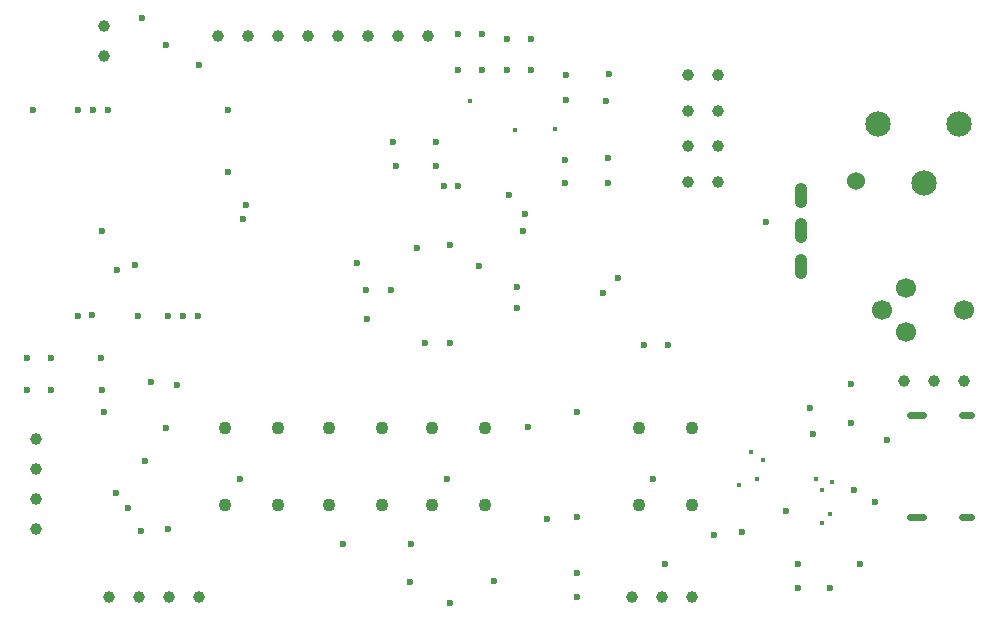
<source format=gbr>
%TF.GenerationSoftware,KiCad,Pcbnew,8.0.9-8.0.9-0~ubuntu24.04.1*%
%TF.CreationDate,2025-02-24T19:38:55+01:00*%
%TF.ProjectId,jack2bluetooth,6a61636b-3262-46c7-9565-746f6f74682e,v3.0*%
%TF.SameCoordinates,Original*%
%TF.FileFunction,Plated,1,4,PTH,Mixed*%
%TF.FilePolarity,Positive*%
%FSLAX46Y46*%
G04 Gerber Fmt 4.6, Leading zero omitted, Abs format (unit mm)*
G04 Created by KiCad (PCBNEW 8.0.9-8.0.9-0~ubuntu24.04.1) date 2025-02-24 19:38:55*
%MOMM*%
%LPD*%
G01*
G04 APERTURE LIST*
%TA.AperFunction,ViaDrill*%
%ADD10C,0.400000*%
%TD*%
%TA.AperFunction,ViaDrill*%
%ADD11C,0.600000*%
%TD*%
G04 aperture for slot hole*
%TA.AperFunction,ComponentDrill*%
%ADD12C,0.600000*%
%TD*%
%TA.AperFunction,ComponentDrill*%
%ADD13C,1.000000*%
%TD*%
G04 aperture for slot hole*
%TA.AperFunction,ComponentDrill*%
%ADD14C,1.000000*%
%TD*%
%TA.AperFunction,ComponentDrill*%
%ADD15C,1.100000*%
%TD*%
%TA.AperFunction,ComponentDrill*%
%ADD16C,1.530000*%
%TD*%
%TA.AperFunction,ComponentDrill*%
%ADD17C,1.700000*%
%TD*%
%TA.AperFunction,ComponentDrill*%
%ADD18C,2.150000*%
%TD*%
G04 APERTURE END LIST*
D10*
X196000000Y-108750000D03*
X199800000Y-111200000D03*
X203200000Y-111150000D03*
X218750000Y-141250000D03*
X219750000Y-138500000D03*
X220250000Y-140750000D03*
X220750000Y-139200000D03*
X225250000Y-140750000D03*
X225750000Y-141750000D03*
X225750000Y-144500000D03*
X226500000Y-143750000D03*
X226650000Y-141000000D03*
D11*
X158500000Y-130500000D03*
X158500000Y-133250000D03*
X159000000Y-109500000D03*
X160500000Y-133250000D03*
X160537500Y-130500000D03*
X162749365Y-126939365D03*
X162810000Y-109500000D03*
X163985406Y-126905406D03*
X164080000Y-109500000D03*
X164750000Y-130500000D03*
X164787500Y-133250000D03*
X164850000Y-119755000D03*
X165000000Y-135150000D03*
X165350000Y-109500000D03*
X166000000Y-142000000D03*
X166098959Y-123098959D03*
X167000000Y-143250000D03*
X167648959Y-122648959D03*
X167890000Y-127000000D03*
X168100000Y-145200000D03*
X168225000Y-101750000D03*
X168500000Y-139250000D03*
X168951041Y-132548959D03*
X170250000Y-104000000D03*
X170250000Y-136500000D03*
X170400000Y-145000000D03*
X170430000Y-127000000D03*
X171148959Y-132851041D03*
X171700000Y-127000000D03*
X172970000Y-127000000D03*
X173000000Y-105750000D03*
X175500000Y-114750000D03*
X175510000Y-109500000D03*
X176500000Y-140750000D03*
X176745066Y-118772852D03*
X176998335Y-117599882D03*
X185212500Y-146250000D03*
X186421933Y-122500000D03*
X187212500Y-124750000D03*
X187250000Y-127250000D03*
X189287500Y-124750000D03*
X189500000Y-112250000D03*
X189750000Y-114250000D03*
X190925000Y-149500000D03*
X191000000Y-146250000D03*
X191500000Y-121250000D03*
X192212500Y-129250000D03*
X193130000Y-112212500D03*
X193130000Y-114287500D03*
X193750000Y-116000000D03*
X194000000Y-140750000D03*
X194250000Y-121000000D03*
X194250000Y-151250000D03*
X194287500Y-129250000D03*
X194925000Y-103075000D03*
X194925000Y-106150000D03*
X195000000Y-116000000D03*
X196750000Y-122750000D03*
X197000000Y-103075000D03*
X197000000Y-106150000D03*
X198000000Y-149400000D03*
X199092500Y-103500000D03*
X199092500Y-106150000D03*
X199250000Y-116750000D03*
X200000000Y-124500000D03*
X200000000Y-126300000D03*
X200500000Y-119750000D03*
X200625000Y-118375000D03*
X200875000Y-136375000D03*
X201167500Y-103500000D03*
X201167500Y-106150000D03*
X202500000Y-144135000D03*
X204000000Y-113750000D03*
X204000000Y-115750000D03*
X204130000Y-106575000D03*
X204130000Y-108650000D03*
X205000000Y-148750000D03*
X205000000Y-150750000D03*
X205020000Y-144000000D03*
X205040000Y-135100000D03*
X207250000Y-125000000D03*
X207500000Y-108750000D03*
X207630000Y-113612500D03*
X207630000Y-115687500D03*
X207750000Y-106500000D03*
X208500000Y-123750000D03*
X210750000Y-129400000D03*
X211500000Y-140750000D03*
X212500000Y-148000000D03*
X212750000Y-129400000D03*
X216600000Y-145500000D03*
X219000000Y-145287500D03*
X221000000Y-119000000D03*
X222750000Y-143500000D03*
X223750000Y-147962500D03*
X223750000Y-150000000D03*
X224750000Y-134750000D03*
X225001041Y-137001041D03*
X226500000Y-150037500D03*
X228250000Y-132750000D03*
X228250000Y-136000000D03*
X228500000Y-141750000D03*
X229000000Y-148000000D03*
X230250000Y-142750000D03*
X231250000Y-137500000D03*
D12*
%TO.C,J2*%
X234370000Y-135320000D02*
X233270000Y-135320000D01*
X234370000Y-143960000D02*
X233270000Y-143960000D01*
X238400000Y-135320000D02*
X237600000Y-135320000D01*
X238400000Y-143960000D02*
X237600000Y-143960000D01*
D13*
%TO.C,J6*%
X159250000Y-137420000D03*
X159250000Y-139960000D03*
X159250000Y-142500000D03*
X159250000Y-145040000D03*
%TO.C,J7*%
X165000000Y-102460000D03*
X165000000Y-105000000D03*
%TO.C,J3*%
X165380000Y-150750000D03*
X167920000Y-150750000D03*
X170460000Y-150750000D03*
X173000000Y-150750000D03*
%TO.C,J9*%
X174630000Y-103250000D03*
X177170000Y-103250000D03*
X179710000Y-103250000D03*
X182250000Y-103250000D03*
X184790000Y-103250000D03*
X187330000Y-103250000D03*
X189870000Y-103250000D03*
X192410000Y-103250000D03*
%TO.C,J5*%
X209725000Y-150800000D03*
X212265000Y-150800000D03*
%TO.C,JP2*%
X214400000Y-106600000D03*
%TO.C,JP3*%
X214400000Y-109600000D03*
%TO.C,JP4*%
X214400000Y-112600000D03*
%TO.C,JP5*%
X214400000Y-115600000D03*
%TO.C,J5*%
X214805000Y-150800000D03*
%TO.C,JP2*%
X216940000Y-106600000D03*
%TO.C,JP3*%
X216940000Y-109600000D03*
%TO.C,JP4*%
X216940000Y-112600000D03*
%TO.C,JP5*%
X216940000Y-115600000D03*
D14*
%TO.C,SW5*%
X224000000Y-117300000D02*
X224000000Y-116200000D01*
X224000000Y-120300000D02*
X224000000Y-119200000D01*
X224000000Y-123300000D02*
X224000000Y-122200000D01*
D13*
%TO.C,JP1*%
X232725000Y-132500000D03*
X235265000Y-132500000D03*
X237805000Y-132500000D03*
D15*
%TO.C,SW1*%
X175250000Y-136500000D03*
X175250000Y-143000000D03*
X179750000Y-136500000D03*
X179750000Y-143000000D03*
%TO.C,SW6*%
X184000000Y-136500000D03*
X184000000Y-143000000D03*
X188500000Y-136500000D03*
X188500000Y-143000000D03*
%TO.C,SW2*%
X192750000Y-136500000D03*
X192750000Y-143000000D03*
X197250000Y-136500000D03*
X197250000Y-143000000D03*
%TO.C,SW3*%
X210250000Y-136500000D03*
X210250000Y-143000000D03*
X214750000Y-136500000D03*
X214750000Y-143000000D03*
D16*
%TO.C,J4*%
X228650000Y-115550000D03*
D17*
%TO.C,J1*%
X230875000Y-126500000D03*
X232875000Y-124650000D03*
X232875000Y-128350000D03*
X237775000Y-126500000D03*
D18*
%TO.C,J4*%
X230550000Y-110750000D03*
X234450000Y-115750000D03*
X237350000Y-110750000D03*
M02*

</source>
